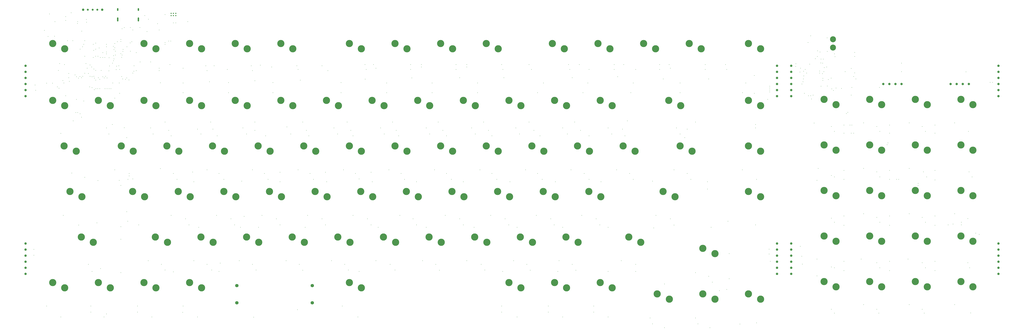
<source format=gbr>
%TF.GenerationSoftware,KiCad,Pcbnew,9.0.3*%
%TF.CreationDate,2026-01-06T15:55:44+03:00*%
%TF.ProjectId,Keyboard,4b657962-6f61-4726-942e-6b696361645f,rev?*%
%TF.SameCoordinates,Original*%
%TF.FileFunction,Plated,1,2,PTH,Mixed*%
%TF.FilePolarity,Positive*%
%FSLAX46Y46*%
G04 Gerber Fmt 4.6, Leading zero omitted, Abs format (unit mm)*
G04 Created by KiCad (PCBNEW 9.0.3) date 2026-01-06 15:55:44*
%MOMM*%
%LPD*%
G01*
G04 APERTURE LIST*
%TA.AperFunction,ViaDrill*%
%ADD10C,0.300000*%
%TD*%
%TA.AperFunction,ComponentDrill*%
%ADD11C,0.500000*%
%TD*%
G04 aperture for slot hole*
%TA.AperFunction,ComponentDrill*%
%ADD12C,0.600000*%
%TD*%
%TA.AperFunction,ComponentDrill*%
%ADD13C,0.800000*%
%TD*%
%TA.AperFunction,ComponentDrill*%
%ADD14C,1.000000*%
%TD*%
%TA.AperFunction,ComponentDrill*%
%ADD15C,1.400000*%
%TD*%
%TA.AperFunction,ComponentDrill*%
%ADD16C,2.500000*%
%TD*%
%TA.AperFunction,ComponentDrill*%
%ADD17C,3.000000*%
%TD*%
G04 APERTURE END LIST*
D10*
X5000000Y-101750000D03*
X5000000Y-104250000D03*
X5450735Y-33049265D03*
X5750000Y-35250000D03*
X9355359Y-10149000D03*
X10250000Y-32250000D03*
X10250000Y-125500000D03*
X10920038Y-12670038D03*
X11475000Y-3300000D03*
X12750000Y-32250000D03*
X13625000Y-12625000D03*
X13750000Y-6500000D03*
X14750000Y-33750000D03*
X15200000Y-26950000D03*
X15465544Y-34350000D03*
X15750000Y-24000000D03*
X16250000Y-53262500D03*
X16250000Y-130000000D03*
X17095730Y-31143648D03*
X17250000Y-87500000D03*
X17500000Y-32150000D03*
X17750000Y-24500000D03*
X18227587Y-4425321D03*
X18250000Y-6000000D03*
X18250000Y-37500000D03*
X19007079Y-14507079D03*
X19536936Y-30000000D03*
X19551000Y-28150000D03*
X19750000Y-31500000D03*
X20500000Y-2750000D03*
X20750000Y-69800000D03*
X21250000Y-14500000D03*
X21350000Y-48000000D03*
X22150000Y-28750000D03*
X22449997Y-44500000D03*
X22750000Y-29500000D03*
X22750000Y-39000000D03*
X23145591Y-7293158D03*
X23250000Y-6500000D03*
X23250000Y-44500000D03*
X23550000Y-30108658D03*
X23686500Y-91563500D03*
X24150000Y-29470186D03*
X24250000Y-18000000D03*
X24250000Y-45000000D03*
X24815687Y-30000000D03*
X24850000Y-46500000D03*
X24948446Y-10493350D03*
X25250000Y-17000000D03*
X25350000Y-29350000D03*
X25750000Y-16000000D03*
X25750000Y-39698000D03*
X26250000Y-14500000D03*
X26250000Y-21000000D03*
X26250000Y-28100000D03*
X26250000Y-71612500D03*
X26750000Y-24000000D03*
X26861581Y-5550919D03*
X27000000Y-6750000D03*
X27250000Y-26000000D03*
X27750000Y-28150000D03*
X27750000Y-108000000D03*
X28250000Y-33750000D03*
X28412105Y-24662105D03*
X28449997Y-29350000D03*
X28750000Y-125500000D03*
X28750000Y-128000000D03*
X29049997Y-25500000D03*
X29250000Y-29500000D03*
X29250000Y-34151000D03*
X29250000Y-111000000D03*
X29750000Y-16000000D03*
X29750000Y-21500000D03*
X29974754Y-18572882D03*
X30035812Y-29350000D03*
X30050997Y-26307111D03*
X30175602Y-35000000D03*
X30304376Y-30103576D03*
X30750000Y-15500000D03*
X30750000Y-18000000D03*
X30750000Y-21000000D03*
X30750000Y-26900000D03*
X30775602Y-31000000D03*
X30838397Y-34552000D03*
X31250000Y-90662500D03*
X31662739Y-34551999D03*
X31750000Y-21000000D03*
X31754318Y-72995682D03*
X31850000Y-30000000D03*
X32250000Y-17500000D03*
X32450000Y-30624697D03*
X32462741Y-34552000D03*
X32750000Y-21500000D03*
X32818015Y-109780515D03*
X33050000Y-26900000D03*
X33750000Y-19500000D03*
X33750000Y-21500000D03*
X33750000Y-29500000D03*
X34250000Y-130000000D03*
X34350000Y-30065687D03*
X34550003Y-21500000D03*
X34682488Y-34552000D03*
X34950000Y-29350000D03*
X35250000Y-16000000D03*
X35250000Y-17000000D03*
X35250000Y-19199997D03*
X35250000Y-20000000D03*
X35250000Y-51000000D03*
X35250000Y-128762500D03*
X35532431Y-34552000D03*
X35550000Y-30076369D03*
X36249958Y-27050000D03*
X36250000Y-53500000D03*
X36332433Y-34551000D03*
X36365792Y-21590109D03*
X36500000Y-25050000D03*
X37150000Y-34552000D03*
X37750000Y-49500000D03*
X37824266Y-23900000D03*
X37894975Y-32150000D03*
X38105799Y-16859954D03*
X38221478Y-22881941D03*
X38241051Y-20752983D03*
X38390509Y-22100000D03*
X38419520Y-18196249D03*
X38750000Y-15658954D03*
X38750000Y-17400000D03*
X38750000Y-38500000D03*
X38750000Y-68500000D03*
X39000000Y-18898000D03*
X39000000Y-20500000D03*
X39305331Y-26555331D03*
X39503864Y-25100000D03*
X39845474Y-14902524D03*
X40398063Y-24960516D03*
X40625000Y-72875000D03*
X40633851Y-32133851D03*
X40733851Y-26500000D03*
X40750000Y-36500000D03*
X41250000Y-14000000D03*
X41250000Y-75000000D03*
X41250000Y-92313500D03*
X41250000Y-97500000D03*
X41250000Y-111500000D03*
X41284368Y-19849469D03*
X41319695Y-14829655D03*
X41635851Y-21400000D03*
X41635851Y-29441193D03*
X41750000Y-9500000D03*
X41750000Y-20500000D03*
X42036851Y-30500000D03*
X42166186Y-18983286D03*
X42250000Y-18143829D03*
X42750000Y-9000000D03*
X42750000Y-50900000D03*
X43237851Y-30670829D03*
X43750000Y-30056250D03*
X43750000Y-55000000D03*
X43750000Y-86000000D03*
X43780331Y-16969669D03*
X44150000Y-90000000D03*
X44250000Y-72500000D03*
X44635070Y-30869652D03*
X44750000Y-70000000D03*
X44750000Y-71000000D03*
X45198527Y-15400000D03*
X45250000Y-9000000D03*
X45250000Y-18900000D03*
X45846116Y-14930284D03*
X46250000Y-10000000D03*
X46250000Y-28000000D03*
X46250000Y-72312500D03*
X46719669Y-27250000D03*
X46750000Y-25001000D03*
X47750000Y-19500000D03*
X47750000Y-27000000D03*
X48250000Y-125500000D03*
X48250000Y-128000000D03*
X48750000Y-91500000D03*
X49250000Y-9000000D03*
X49300000Y-23400000D03*
X51250000Y-4000000D03*
X52172945Y-10693000D03*
X52750000Y-106500000D03*
X52812500Y-5530331D03*
X53750000Y-23400000D03*
X53750000Y-51000000D03*
X54250000Y-130000000D03*
X54750000Y-53500000D03*
X56638484Y-7388484D03*
X57250000Y-10000000D03*
X57250000Y-26000000D03*
X57250000Y-27000000D03*
X57750000Y-32041555D03*
X57750000Y-68000000D03*
X58250000Y-108000000D03*
X59750000Y-3570903D03*
X59750000Y-15199997D03*
X59750000Y-16000000D03*
X59750000Y-48500000D03*
X59750000Y-110412500D03*
X61250000Y-14600000D03*
X61250000Y-51962500D03*
X61750000Y-24500000D03*
X62098527Y-14600000D03*
X62250000Y-54250000D03*
X62250000Y-87500000D03*
X63250000Y-7000000D03*
X63250000Y-70000000D03*
X63250000Y-111128877D03*
X64250000Y-7000000D03*
X64750000Y-72500000D03*
X67124293Y-128124293D03*
X67250000Y-26000000D03*
X67250000Y-32141555D03*
X67250000Y-36256000D03*
X67250000Y-125500000D03*
X68250000Y-89000000D03*
X69250000Y-6500000D03*
X69750000Y-91500000D03*
X71250000Y-69400000D03*
X71750000Y-73500000D03*
X71750000Y-106500000D03*
X73250000Y-51500000D03*
X73250000Y-130000000D03*
X73750000Y-92500000D03*
X74750000Y-53500000D03*
X76750000Y-25000000D03*
X77250000Y-27000000D03*
X77250000Y-68500000D03*
X77250000Y-108000000D03*
X78250000Y-31640555D03*
X78750000Y-48500000D03*
X79250000Y-110412500D03*
X79750000Y-51500000D03*
X80250000Y-25000000D03*
X81250000Y-87500000D03*
X81500000Y-54250000D03*
X82250000Y-70000000D03*
X82250000Y-111013500D03*
X82750000Y-107500000D03*
X84250000Y-72500000D03*
X85750000Y-26500000D03*
X86250000Y-32000000D03*
X86250000Y-36256000D03*
X87250000Y-89000000D03*
X88750000Y-91500000D03*
X90750000Y-106500000D03*
X91250000Y-92500000D03*
X91750000Y-73263500D03*
X92250000Y-51000000D03*
X92750000Y-88000000D03*
X93750000Y-53500000D03*
X95750000Y-25000000D03*
X96250000Y-27000000D03*
X96250000Y-68500000D03*
X96250000Y-108000000D03*
X96750000Y-130149000D03*
X97250000Y-31239555D03*
X97250000Y-48500000D03*
X97250000Y-51962500D03*
X97750000Y-110412500D03*
X98750000Y-92500000D03*
X99501000Y-24749000D03*
X100250000Y-87500000D03*
X101250000Y-70000000D03*
X101750000Y-54250000D03*
X102750000Y-72500000D03*
X104250000Y-25500000D03*
X104750000Y-32000000D03*
X104750000Y-36256000D03*
X106250000Y-89000000D03*
X107750000Y-69500000D03*
X107750000Y-73500000D03*
X107750000Y-91500000D03*
X110250000Y-106500000D03*
X110650000Y-50500000D03*
X112250000Y-53500000D03*
X114750000Y-25000000D03*
X115000000Y-127000000D03*
X115250000Y-26500000D03*
X115250000Y-68500000D03*
X115750000Y-108000000D03*
X116250000Y-31000000D03*
X117250000Y-48500000D03*
X117250000Y-110500000D03*
X118250000Y-92500000D03*
X118750000Y-51962500D03*
X119250000Y-87500000D03*
X119750000Y-54250000D03*
X120250000Y-70000000D03*
X121750000Y-72500000D03*
X125250000Y-25000000D03*
X125250000Y-89000000D03*
X126750000Y-69500000D03*
X126750000Y-91500000D03*
X127250000Y-73500000D03*
X127750000Y-27000000D03*
X129250000Y-106500000D03*
X130250000Y-51000000D03*
X131750000Y-53500000D03*
X133250000Y-32000000D03*
X133250000Y-36256000D03*
X133750000Y-125500000D03*
X134250000Y-68500000D03*
X134750000Y-108000000D03*
X135750000Y-48500000D03*
X136250000Y-110412501D03*
X137250000Y-51962500D03*
X138250000Y-54250000D03*
X138250000Y-87500000D03*
X139250000Y-70000000D03*
X140250000Y-130000000D03*
X140750000Y-72312500D03*
X140750000Y-111013500D03*
X143250000Y-24500000D03*
X143281250Y-30531250D03*
X143750000Y-26500000D03*
X144250000Y-89000000D03*
X145750000Y-69500000D03*
X145750000Y-91500000D03*
X146250000Y-73500000D03*
X146750000Y-24500000D03*
X147750000Y-26000000D03*
X147750000Y-106500000D03*
X148750000Y-92500000D03*
X149750000Y-51000000D03*
X151250000Y-53500000D03*
X152250000Y-32150000D03*
X152250000Y-36256000D03*
X153250000Y-68500000D03*
X153750000Y-108000000D03*
X154750000Y-48500000D03*
X155750000Y-110412501D03*
X156250000Y-51962499D03*
X157250000Y-54250000D03*
X157750000Y-87500000D03*
X158250000Y-70000000D03*
X159750000Y-72500000D03*
X162250000Y-24500000D03*
X162250000Y-26500000D03*
X162806250Y-30056250D03*
X163250000Y-89000000D03*
X164750000Y-73500000D03*
X164750000Y-91500000D03*
X166750000Y-24500000D03*
X166750000Y-25500000D03*
X167250000Y-106500000D03*
X168750000Y-51000000D03*
X168750000Y-92500000D03*
X170250000Y-53500000D03*
X171250000Y-32150000D03*
X171250000Y-36256000D03*
X172250000Y-68500000D03*
X172750000Y-108000000D03*
X173750000Y-48500000D03*
X174250000Y-110500000D03*
X175750000Y-51962500D03*
X176750000Y-87500000D03*
X177250000Y-54250000D03*
X177250000Y-70000000D03*
X179250000Y-72500000D03*
X181250000Y-24500000D03*
X181250000Y-26500000D03*
X182750000Y-30000000D03*
X182750000Y-89000000D03*
X184250000Y-73500000D03*
X184250000Y-91500000D03*
X185750000Y-24500000D03*
X185750000Y-25500000D03*
X185750000Y-106500000D03*
X187750000Y-51000000D03*
X188750000Y-92500000D03*
X189250000Y-53500000D03*
X190250000Y-32150000D03*
X190250000Y-36256000D03*
X191250000Y-68500000D03*
X191750000Y-108000000D03*
X192750000Y-48500000D03*
X193250000Y-110412501D03*
X194750000Y-51962500D03*
X195750000Y-87500000D03*
X196250000Y-54250000D03*
X196250000Y-70000000D03*
X198250000Y-72500000D03*
X200250000Y-24500000D03*
X200250000Y-125500000D03*
X200250000Y-128000000D03*
X200728635Y-111031538D03*
X200750000Y-26500000D03*
X201250000Y-30000000D03*
X201750000Y-89000000D03*
X203250000Y-91500000D03*
X203750000Y-73500000D03*
X205250000Y-106500000D03*
X206250000Y-51000000D03*
X206750000Y-92500000D03*
X206750000Y-130000000D03*
X207750000Y-53500000D03*
X210250000Y-68500000D03*
X210750000Y-108000000D03*
X211750000Y-24500000D03*
X211750000Y-48500000D03*
X212250000Y-110500000D03*
X212750000Y-26500000D03*
X213750000Y-51962499D03*
X214750000Y-87500000D03*
X215250000Y-36256000D03*
X215250000Y-70000000D03*
X216250000Y-54250000D03*
X217250000Y-72500000D03*
X217750000Y-32150000D03*
X219750000Y-125500000D03*
X219750000Y-128000000D03*
X220750000Y-89000000D03*
X222250000Y-91500000D03*
X222750000Y-73500000D03*
X223750000Y-111013500D03*
X224250000Y-106500000D03*
X225750000Y-51000000D03*
X225750000Y-92500000D03*
X225750000Y-130000000D03*
X227750000Y-53500000D03*
X228250000Y-24500000D03*
X228750000Y-26500000D03*
X229250000Y-68500000D03*
X229750000Y-30000000D03*
X229750000Y-108000000D03*
X230750000Y-48500000D03*
X231250000Y-110500000D03*
X232750000Y-24500000D03*
X233250000Y-51962500D03*
X233750000Y-87500000D03*
X234250000Y-36256000D03*
X234750000Y-70000000D03*
X236250000Y-32150000D03*
X236750000Y-26500000D03*
X236750000Y-54250000D03*
X236750000Y-72500000D03*
X238750000Y-125500000D03*
X238750000Y-128000000D03*
X239750000Y-89000000D03*
X241250000Y-91500000D03*
X241750000Y-73500000D03*
X244750000Y-51000000D03*
X244750000Y-92500000D03*
X244750000Y-111013500D03*
X244750000Y-130000000D03*
X246250000Y-53500000D03*
X247250000Y-24500000D03*
X247250000Y-26500000D03*
X248250000Y-68500000D03*
X248750000Y-29500000D03*
X250250000Y-106500000D03*
X250750000Y-51500000D03*
X251250000Y-24500000D03*
X251750000Y-54250000D03*
X252750000Y-48000000D03*
X253750000Y-70000000D03*
X254250000Y-36256000D03*
X255250000Y-32150000D03*
X255250000Y-72500000D03*
X256250000Y-26500000D03*
X256250000Y-108000000D03*
X256250000Y-110949000D03*
X262250000Y-130500000D03*
X263250000Y-73263500D03*
X263250000Y-132925000D03*
X263750000Y-92750000D03*
X264750000Y-87500000D03*
X266250000Y-24500000D03*
X266250000Y-26500000D03*
X267750000Y-30500000D03*
X268250000Y-116250000D03*
X268250000Y-134500000D03*
X270250000Y-24500000D03*
X270750000Y-26000000D03*
X270750000Y-89000000D03*
X272250000Y-68500000D03*
X272250000Y-91563500D03*
X273250000Y-51000000D03*
X274750000Y-32150000D03*
X274750000Y-36256000D03*
X274750000Y-53500000D03*
X276750000Y-55000000D03*
X277750000Y-51500000D03*
X277750000Y-70000000D03*
X279250000Y-72500000D03*
X281250000Y-48500000D03*
X281250000Y-111500000D03*
X281250000Y-130500000D03*
X282250000Y-132925000D03*
X285250000Y-24500000D03*
X285250000Y-26500000D03*
X286250000Y-73500000D03*
X286250000Y-76500000D03*
X286750000Y-30500000D03*
X286750000Y-113000000D03*
X287250000Y-134500000D03*
X287750000Y-92500000D03*
X288250000Y-115500000D03*
X291250000Y-119000000D03*
X293750000Y-24500000D03*
X294250000Y-26500000D03*
X294250000Y-118500000D03*
X294750000Y-90000000D03*
X295250000Y-103500000D03*
X295250000Y-114000000D03*
X299750000Y-133000000D03*
X300750000Y-68500000D03*
X300857000Y-36256000D03*
X302250000Y-32150000D03*
X305750000Y-29000000D03*
X305750000Y-36500000D03*
X306250000Y-49500000D03*
X306250000Y-51000000D03*
X306250000Y-91500000D03*
X306750000Y-72500000D03*
X306750000Y-132500000D03*
X311350000Y-39000000D03*
X312000000Y-101651000D03*
X312000000Y-103750000D03*
X312207500Y-33500000D03*
X312207500Y-34300003D03*
X312207500Y-35100006D03*
X312207500Y-35900009D03*
X312500000Y-106750000D03*
X323077861Y-25232235D03*
X323099644Y-24163260D03*
X324863472Y-27555963D03*
X325024669Y-100482235D03*
X325057265Y-26021723D03*
X325575670Y-104624184D03*
X325679669Y-32549685D03*
X325826669Y-107982235D03*
X326077669Y-31687260D03*
X326227669Y-30432235D03*
X326364472Y-27259983D03*
X326427434Y-29183470D03*
X326727669Y-36482235D03*
X327029378Y-26500018D03*
X327627669Y-27982235D03*
X328227669Y-15217235D03*
X328426669Y-37482235D03*
X328877670Y-24305934D03*
X329277669Y-12407235D03*
X329278404Y-37532970D03*
X329626934Y-38881500D03*
X330324209Y-37243959D03*
X330727669Y-48932235D03*
X331227669Y-21965985D03*
X331922669Y-72859735D03*
X331922669Y-105859735D03*
X331922669Y-112859735D03*
X332122644Y-21096547D03*
X332227669Y-18694735D03*
X332422669Y-67859735D03*
X333019854Y-27190050D03*
X333029217Y-28029217D03*
X333227669Y-19182235D03*
X333542943Y-23817341D03*
X333670684Y-33526720D03*
X333673122Y-22191591D03*
X334210752Y-28256057D03*
X334349241Y-23871919D03*
X334376669Y-31074234D03*
X334412219Y-30249968D03*
X334525040Y-22197260D03*
X334803734Y-27446266D03*
X335000000Y-25750000D03*
X336027669Y-25482235D03*
X336150080Y-13269735D03*
X336227669Y-18932235D03*
X336227669Y-33458235D03*
X336676435Y-30729531D03*
X337851934Y-30157970D03*
X337922669Y-50359735D03*
X337922669Y-70859735D03*
X337922669Y-88759735D03*
X337922669Y-109109735D03*
X337922669Y-126859735D03*
X338117514Y-34658235D03*
X338827102Y-35258235D03*
X339201253Y-20007235D03*
X339227669Y-52432235D03*
X339227669Y-71432235D03*
X339227669Y-90432235D03*
X339227669Y-109432235D03*
X339227669Y-128432235D03*
X339515197Y-21169707D03*
X339893384Y-34316520D03*
X342227669Y-34482235D03*
X343227669Y-49759735D03*
X343227669Y-53182235D03*
X343227669Y-68759735D03*
X343227669Y-72432235D03*
X343227669Y-87759735D03*
X343227669Y-91682235D03*
X343227669Y-106759735D03*
X343227669Y-110682235D03*
X343727669Y-27432235D03*
X344227669Y-44982235D03*
X344793356Y-44416548D03*
X345727669Y-49759735D03*
X346227669Y-26033630D03*
X346227669Y-37248685D03*
X346227669Y-53182235D03*
X346489119Y-34044685D03*
X346527672Y-49759735D03*
X347227669Y-29432235D03*
X347227669Y-53182235D03*
X347727669Y-19372235D03*
X347727669Y-21032235D03*
X347727669Y-27932235D03*
X348227669Y-30432235D03*
X350422669Y-105859735D03*
X351422669Y-48859735D03*
X351422669Y-67859735D03*
X351422669Y-86859735D03*
X351422669Y-124859735D03*
X356922669Y-50359735D03*
X356922669Y-69359735D03*
X356922669Y-88359735D03*
X356922669Y-107359735D03*
X356922669Y-126859735D03*
X357727669Y-128432235D03*
X357982694Y-34044685D03*
X358227669Y-52432235D03*
X358227669Y-71432235D03*
X358227669Y-90432235D03*
X358227669Y-109432235D03*
X361227669Y-57982235D03*
X361567669Y-57258079D03*
X362227669Y-49759735D03*
X362227669Y-53182235D03*
X362227669Y-68759735D03*
X362227669Y-72432235D03*
X362227669Y-87759735D03*
X362227669Y-91682235D03*
X362227669Y-106759735D03*
X362227669Y-110682235D03*
X365227669Y-72482235D03*
X366051935Y-72457972D03*
X367277669Y-23907235D03*
X367277669Y-27407235D03*
X369922669Y-105859735D03*
X370422669Y-48859735D03*
X370422669Y-67859735D03*
X370422669Y-86859735D03*
X370422669Y-124859735D03*
X374227669Y-74182235D03*
X374227669Y-74982235D03*
X375922669Y-50359735D03*
X375922669Y-88359735D03*
X375922669Y-107359735D03*
X375922669Y-126859735D03*
X376422669Y-69359735D03*
X376727669Y-128432235D03*
X377227669Y-52432235D03*
X377227669Y-90432235D03*
X377227669Y-109432235D03*
X377727669Y-71432235D03*
X381227669Y-49759735D03*
X381227669Y-53182235D03*
X381227669Y-68759735D03*
X381227669Y-72682235D03*
X381227669Y-87759735D03*
X381227669Y-91682235D03*
X381227669Y-106759735D03*
X381227669Y-110682235D03*
X386727669Y-91482235D03*
X388727669Y-91182235D03*
X389422669Y-48859735D03*
X389422669Y-86859735D03*
X389422669Y-124859735D03*
X392227669Y-90432235D03*
X392227669Y-91482235D03*
X394187669Y-27522235D03*
X394922669Y-88859735D03*
X394922669Y-107359735D03*
X395227669Y-52432235D03*
X395422669Y-69359735D03*
X395727669Y-109432235D03*
X396126628Y-128381194D03*
X396727669Y-71432235D03*
X398227669Y-94982235D03*
X399667669Y-95512566D03*
X404227669Y-31902235D03*
X405298000Y-31911904D03*
D11*
%TO.C,J2*%
X62250000Y-3000000D03*
X62250000Y-4000000D03*
X63250000Y-3000000D03*
X63250000Y-4000000D03*
X64250000Y-3000000D03*
X64250000Y-4000000D03*
D12*
%TO.C,J1*%
X39930000Y-1050000D02*
X39930000Y-1650000D01*
X39930000Y-4980000D02*
X39930000Y-6080000D01*
X48570000Y-1050000D02*
X48570000Y-1650000D01*
X48570000Y-4980000D02*
X48570000Y-6080000D01*
D13*
%TO.C,U12*%
X27500000Y-1500000D03*
X29500000Y-1500000D03*
X31500000Y-1500000D03*
D14*
%TO.C,Conn1*%
X1500000Y-25000000D03*
X1500000Y-27540000D03*
X1500000Y-30080000D03*
X1500000Y-32620000D03*
X1500000Y-35160000D03*
X1500000Y-37700000D03*
%TO.C,Conn2*%
X1500000Y-99300000D03*
X1500000Y-101840000D03*
X1500000Y-104380000D03*
X1500000Y-106920000D03*
X1500000Y-109460000D03*
X1500000Y-112000000D03*
%TO.C,U12*%
X25500000Y-1500000D03*
X33500000Y-1500000D03*
%TO.C,Conn3*%
X315250000Y-25000000D03*
X315250000Y-27540000D03*
X315250000Y-30080000D03*
X315250000Y-32620000D03*
X315250000Y-35160000D03*
X315250000Y-37700000D03*
%TO.C,Conn4*%
X315250000Y-99300000D03*
X315250000Y-101840000D03*
X315250000Y-104380000D03*
X315250000Y-106920000D03*
X315250000Y-109460000D03*
X315250000Y-112000000D03*
%TO.C,Conn5*%
X321227669Y-24982235D03*
X321227669Y-27522235D03*
X321227669Y-30062235D03*
X321227669Y-32602235D03*
X321227669Y-35142235D03*
X321227669Y-37682235D03*
%TO.C,Conn6*%
X321227669Y-99282235D03*
X321227669Y-101822235D03*
X321227669Y-104362235D03*
X321227669Y-106902235D03*
X321227669Y-109442235D03*
X321227669Y-111982235D03*
%TO.C,Brd12*%
X359607669Y-32582235D03*
X362147669Y-32582235D03*
X364687669Y-32582235D03*
X367227669Y-32582235D03*
%TO.C,Brd11*%
X387727669Y-32582235D03*
X390267669Y-32582235D03*
X392807669Y-32582235D03*
X395347669Y-32582235D03*
%TO.C,Conn7*%
X407727669Y-24982235D03*
X407727669Y-27522235D03*
X407727669Y-30062235D03*
X407727669Y-32602235D03*
X407727669Y-35142235D03*
X407727669Y-37682235D03*
%TO.C,Conn8*%
X407727669Y-99282235D03*
X407727669Y-101822235D03*
X407727669Y-104362235D03*
X407727669Y-106902235D03*
X407727669Y-109442235D03*
X407727669Y-111982235D03*
D15*
%TO.C,U11*%
X89693047Y-116912135D03*
X89693047Y-124102344D03*
X121233110Y-116912135D03*
X121233110Y-124102344D03*
D16*
%TO.C,U6*%
X338613169Y-13907235D03*
X338613169Y-17307235D03*
D17*
%TO.C,SW1*%
X12850000Y-15650000D03*
%TO.C,SW15*%
X12850000Y-39462500D03*
%TO.C,SW72*%
X12850000Y-115662500D03*
%TO.C,SW30*%
X17612500Y-58512500D03*
%TO.C,SW1*%
X17850000Y-17850000D03*
%TO.C,SW15*%
X17850000Y-41662500D03*
%TO.C,SW72*%
X17850000Y-117862500D03*
%TO.C,SW45*%
X19993750Y-77562500D03*
%TO.C,SW30*%
X22612500Y-60712500D03*
%TO.C,SW59*%
X24756250Y-96612500D03*
%TO.C,SW45*%
X24993750Y-79762500D03*
%TO.C,SW59*%
X29756250Y-98812500D03*
%TO.C,SW16*%
X31900000Y-39462500D03*
%TO.C,SW73*%
X31900000Y-115662500D03*
%TO.C,SW16*%
X36900000Y-41662500D03*
%TO.C,SW73*%
X36900000Y-117862500D03*
%TO.C,SW31*%
X41425000Y-58512500D03*
%TO.C,SW46*%
X46187500Y-77562500D03*
%TO.C,SW31*%
X46425000Y-60712500D03*
%TO.C,SW2*%
X50950000Y-15650000D03*
%TO.C,SW17*%
X50950000Y-39462500D03*
%TO.C,SW74*%
X50950000Y-115662500D03*
%TO.C,SW46*%
X51187500Y-79762500D03*
%TO.C,SW60*%
X55712500Y-96612500D03*
%TO.C,SW2*%
X55950000Y-17850000D03*
%TO.C,SW17*%
X55950000Y-41662500D03*
%TO.C,SW74*%
X55950000Y-117862500D03*
%TO.C,SW32*%
X60475000Y-58512500D03*
%TO.C,SW60*%
X60712500Y-98812500D03*
%TO.C,SW47*%
X65237500Y-77562500D03*
%TO.C,SW32*%
X65475000Y-60712500D03*
%TO.C,SW3*%
X70000000Y-15650000D03*
%TO.C,SW18*%
X70000000Y-39462500D03*
%TO.C,SW75*%
X70000000Y-115662500D03*
%TO.C,SW47*%
X70237500Y-79762500D03*
%TO.C,SW61*%
X74762500Y-96612500D03*
%TO.C,SW3*%
X75000000Y-17850000D03*
%TO.C,SW18*%
X75000000Y-41662500D03*
%TO.C,SW75*%
X75000000Y-117862500D03*
%TO.C,SW33*%
X79525000Y-58512500D03*
%TO.C,SW61*%
X79762500Y-98812500D03*
%TO.C,SW48*%
X84287500Y-77562500D03*
%TO.C,SW33*%
X84525000Y-60712500D03*
%TO.C,SW4*%
X89050000Y-15650000D03*
%TO.C,SW19*%
X89050000Y-39462500D03*
%TO.C,SW48*%
X89287500Y-79762500D03*
%TO.C,SW62*%
X93812500Y-96612500D03*
%TO.C,SW4*%
X94050000Y-17850000D03*
%TO.C,SW19*%
X94050000Y-41662500D03*
%TO.C,SW34*%
X98575000Y-58512500D03*
%TO.C,SW62*%
X98812500Y-98812500D03*
%TO.C,SW49*%
X103337500Y-77562500D03*
%TO.C,SW34*%
X103575000Y-60712500D03*
%TO.C,SW5*%
X108100000Y-15650000D03*
%TO.C,SW20*%
X108100000Y-39462500D03*
%TO.C,SW49*%
X108337500Y-79762500D03*
%TO.C,SW63*%
X112862500Y-96612500D03*
%TO.C,SW5*%
X113100000Y-17850000D03*
%TO.C,SW20*%
X113100000Y-41662500D03*
%TO.C,SW35*%
X117625000Y-58512500D03*
%TO.C,SW63*%
X117862500Y-98812500D03*
%TO.C,SW50*%
X122387500Y-77562500D03*
%TO.C,SW35*%
X122625000Y-60712500D03*
%TO.C,SW21*%
X127150000Y-39462500D03*
%TO.C,SW50*%
X127387500Y-79762500D03*
%TO.C,SW64*%
X131912500Y-96612500D03*
%TO.C,SW21*%
X132150000Y-41662500D03*
%TO.C,SW6*%
X136675000Y-15650000D03*
%TO.C,SW36*%
X136675000Y-58512500D03*
%TO.C,SW76*%
X136675000Y-115662500D03*
%TO.C,SW64*%
X136912500Y-98812500D03*
%TO.C,SW51*%
X141437500Y-77562500D03*
%TO.C,SW6*%
X141675000Y-17850000D03*
%TO.C,SW36*%
X141675000Y-60712500D03*
%TO.C,SW76*%
X141675000Y-117862500D03*
%TO.C,SW22*%
X146200000Y-39462500D03*
%TO.C,SW51*%
X146437500Y-79762500D03*
%TO.C,SW65*%
X150962500Y-96612500D03*
%TO.C,SW22*%
X151200000Y-41662500D03*
%TO.C,SW7*%
X155725000Y-15650000D03*
%TO.C,SW37*%
X155725000Y-58512500D03*
%TO.C,SW65*%
X155962500Y-98812500D03*
%TO.C,SW52*%
X160487500Y-77562500D03*
%TO.C,SW7*%
X160725000Y-17850000D03*
%TO.C,SW37*%
X160725000Y-60712500D03*
%TO.C,SW23*%
X165250000Y-39462500D03*
%TO.C,SW52*%
X165487500Y-79762500D03*
%TO.C,SW66*%
X170012500Y-96612500D03*
%TO.C,SW23*%
X170250000Y-41662500D03*
%TO.C,SW8*%
X174775000Y-15650000D03*
%TO.C,SW38*%
X174775000Y-58512500D03*
%TO.C,SW66*%
X175012500Y-98812500D03*
%TO.C,SW53*%
X179537500Y-77562500D03*
%TO.C,SW8*%
X179775000Y-17850000D03*
%TO.C,SW38*%
X179775000Y-60712500D03*
%TO.C,SW24*%
X184300000Y-39462500D03*
%TO.C,SW53*%
X184537500Y-79762500D03*
%TO.C,SW67*%
X189062500Y-96612500D03*
%TO.C,SW24*%
X189300000Y-41662500D03*
%TO.C,SW9*%
X193825000Y-15650000D03*
%TO.C,SW39*%
X193825000Y-58512500D03*
%TO.C,SW67*%
X194062500Y-98812500D03*
%TO.C,SW54*%
X198587500Y-77562500D03*
%TO.C,SW9*%
X198825000Y-17850000D03*
%TO.C,SW39*%
X198825000Y-60712500D03*
%TO.C,SW25*%
X203350000Y-39462500D03*
%TO.C,SW77*%
X203350000Y-115662500D03*
%TO.C,SW54*%
X203587500Y-79762500D03*
%TO.C,SW68*%
X208112500Y-96612500D03*
%TO.C,SW25*%
X208350000Y-41662500D03*
%TO.C,SW77*%
X208350000Y-117862500D03*
%TO.C,SW40*%
X212875000Y-58512500D03*
%TO.C,SW68*%
X213112500Y-98812500D03*
%TO.C,SW55*%
X217637500Y-77562500D03*
%TO.C,SW40*%
X217875000Y-60712500D03*
%TO.C,SW10*%
X221447500Y-15650000D03*
%TO.C,SW26*%
X222400000Y-39462500D03*
%TO.C,SW78*%
X222400000Y-115662500D03*
%TO.C,SW55*%
X222637500Y-79762500D03*
%TO.C,SW10*%
X226447500Y-17850000D03*
%TO.C,SW69*%
X227162500Y-96612500D03*
%TO.C,SW26*%
X227400000Y-41662500D03*
%TO.C,SW78*%
X227400000Y-117862500D03*
%TO.C,SW41*%
X231925000Y-58512500D03*
%TO.C,SW69*%
X232162500Y-98812500D03*
%TO.C,SW56*%
X236687500Y-77562500D03*
%TO.C,SW41*%
X236925000Y-60712500D03*
%TO.C,SW11*%
X240497500Y-15650000D03*
%TO.C,SW27*%
X241450000Y-39462500D03*
%TO.C,SW79*%
X241450000Y-115662500D03*
%TO.C,SW56*%
X241687500Y-79762500D03*
%TO.C,SW11*%
X245497500Y-17850000D03*
%TO.C,SW27*%
X246450000Y-41662500D03*
%TO.C,SW79*%
X246450000Y-117862500D03*
%TO.C,SW42*%
X250975000Y-58512500D03*
%TO.C,SW70*%
X253356250Y-96612500D03*
%TO.C,SW42*%
X255975000Y-60712500D03*
%TO.C,SW70*%
X258356250Y-98812500D03*
%TO.C,SW12*%
X259547500Y-15650000D03*
X264547500Y-17850000D03*
%TO.C,SW80*%
X265262500Y-120425000D03*
%TO.C,SW57*%
X267643750Y-77562500D03*
%TO.C,SW28*%
X270025000Y-39462500D03*
%TO.C,SW80*%
X270262500Y-122625000D03*
%TO.C,SW57*%
X272643750Y-79762500D03*
%TO.C,SW43*%
X274787500Y-58512500D03*
%TO.C,SW28*%
X275025000Y-41662500D03*
%TO.C,SW13*%
X278597500Y-15650000D03*
%TO.C,SW43*%
X279787500Y-60712500D03*
%TO.C,SW13*%
X283597500Y-17850000D03*
%TO.C,SW71*%
X284312500Y-101375000D03*
%TO.C,SW81*%
X284312500Y-120425000D03*
%TO.C,SW71*%
X289312500Y-103575000D03*
%TO.C,SW81*%
X289312500Y-122625000D03*
%TO.C,SW14*%
X303362500Y-15650000D03*
%TO.C,SW29*%
X303362500Y-39462500D03*
%TO.C,SW44*%
X303362500Y-58512500D03*
%TO.C,SW58*%
X303362500Y-77562500D03*
%TO.C,SW82*%
X303362500Y-120425000D03*
%TO.C,SW14*%
X308362500Y-17850000D03*
%TO.C,SW29*%
X308362500Y-41662500D03*
%TO.C,SW44*%
X308362500Y-60712500D03*
%TO.C,SW58*%
X308362500Y-79762500D03*
%TO.C,SW82*%
X308362500Y-122625000D03*
%TO.C,SW83*%
X334872669Y-39009735D03*
%TO.C,SW87*%
X334872669Y-58059735D03*
%TO.C,SW91*%
X334872669Y-77109735D03*
%TO.C,SW95*%
X334872669Y-96159735D03*
%TO.C,SW99*%
X334872669Y-115209735D03*
%TO.C,SW83*%
X339872669Y-41209735D03*
%TO.C,SW87*%
X339872669Y-60259735D03*
%TO.C,SW91*%
X339872669Y-79309735D03*
%TO.C,SW95*%
X339872669Y-98359735D03*
%TO.C,SW99*%
X339872669Y-117409735D03*
%TO.C,SW84*%
X353922669Y-39009735D03*
%TO.C,SW88*%
X353922669Y-58059735D03*
%TO.C,SW92*%
X353922669Y-77109735D03*
%TO.C,SW96*%
X353922669Y-96159735D03*
%TO.C,SW100*%
X353922669Y-115209735D03*
%TO.C,SW84*%
X358922669Y-41209735D03*
%TO.C,SW88*%
X358922669Y-60259735D03*
%TO.C,SW92*%
X358922669Y-79309735D03*
%TO.C,SW96*%
X358922669Y-98359735D03*
%TO.C,SW100*%
X358922669Y-117409735D03*
%TO.C,SW85*%
X372972669Y-39009735D03*
%TO.C,SW89*%
X372972669Y-58059735D03*
%TO.C,SW93*%
X372972669Y-77109735D03*
%TO.C,SW97*%
X372972669Y-96159735D03*
%TO.C,SW101*%
X372972669Y-115209735D03*
%TO.C,SW85*%
X377972669Y-41209735D03*
%TO.C,SW89*%
X377972669Y-60259735D03*
%TO.C,SW93*%
X377972669Y-79309735D03*
%TO.C,SW97*%
X377972669Y-98359735D03*
%TO.C,SW101*%
X377972669Y-117409735D03*
%TO.C,SW86*%
X392022669Y-39009735D03*
%TO.C,SW90*%
X392022669Y-58059735D03*
%TO.C,SW94*%
X392022669Y-77109735D03*
%TO.C,SW98*%
X392022669Y-96159735D03*
%TO.C,SW102*%
X392022669Y-115209735D03*
%TO.C,SW86*%
X397022669Y-41209735D03*
%TO.C,SW90*%
X397022669Y-60259735D03*
%TO.C,SW94*%
X397022669Y-79309735D03*
%TO.C,SW98*%
X397022669Y-98359735D03*
%TO.C,SW102*%
X397022669Y-117409735D03*
M02*

</source>
